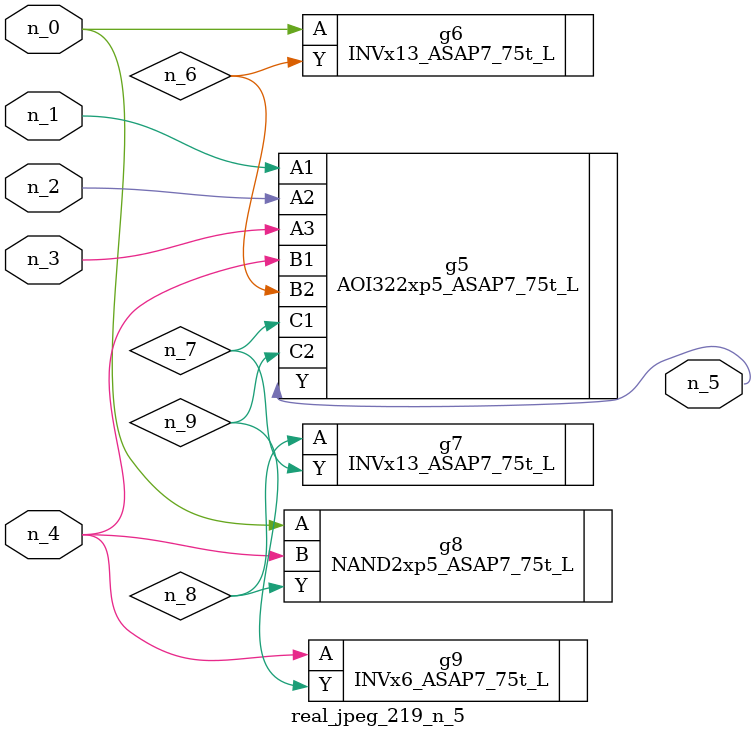
<source format=v>
module real_jpeg_219_n_5 (n_4, n_0, n_1, n_2, n_3, n_5);

input n_4;
input n_0;
input n_1;
input n_2;
input n_3;

output n_5;

wire n_8;
wire n_6;
wire n_7;
wire n_9;

INVx13_ASAP7_75t_L g6 ( 
.A(n_0),
.Y(n_6)
);

NAND2xp5_ASAP7_75t_L g8 ( 
.A(n_0),
.B(n_4),
.Y(n_8)
);

AOI322xp5_ASAP7_75t_L g5 ( 
.A1(n_1),
.A2(n_2),
.A3(n_3),
.B1(n_4),
.B2(n_6),
.C1(n_7),
.C2(n_9),
.Y(n_5)
);

INVx6_ASAP7_75t_L g9 ( 
.A(n_4),
.Y(n_9)
);

INVx13_ASAP7_75t_L g7 ( 
.A(n_8),
.Y(n_7)
);


endmodule
</source>
